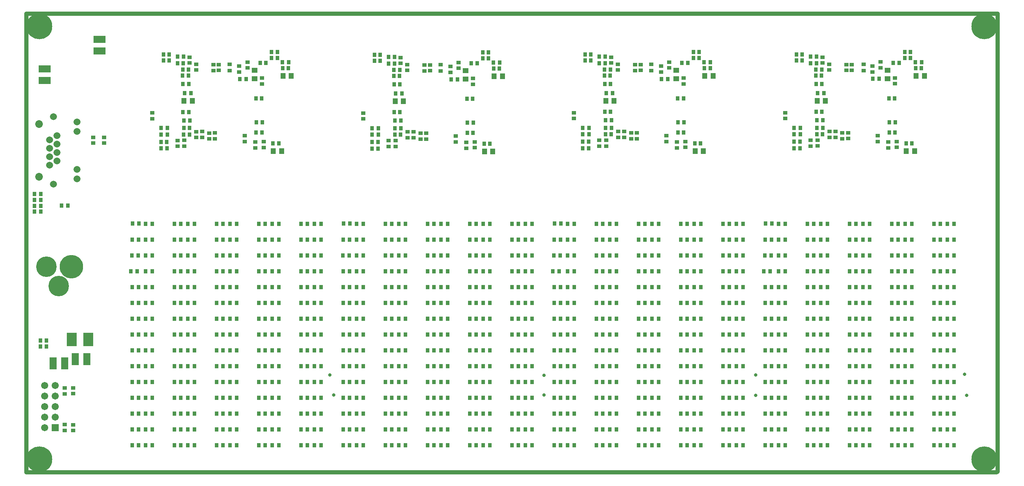
<source format=gbs>
G04*
G04 #@! TF.GenerationSoftware,Altium Limited,Altium Designer,18.1.7 (191)*
G04*
G04 Layer_Color=16711935*
%FSLAX25Y25*%
%MOIN*%
G70*
G01*
G75*
%ADD18C,0.04000*%
%ADD45R,0.04300X0.03800*%
%ADD51R,0.04343X0.03800*%
%ADD54R,0.07099X0.11800*%
%ADD55R,0.03800X0.04300*%
%ADD56R,0.03800X0.04343*%
%ADD58R,0.03556X0.03950*%
%ADD62R,0.04737X0.05721*%
%ADD67C,0.06706*%
%ADD68R,0.06706X0.06706*%
%ADD69C,0.24422*%
%ADD70C,0.06556*%
%ADD71C,0.07296*%
%ADD72C,0.19461*%
%ADD73C,0.22296*%
%ADD74C,0.03200*%
%ADD132R,0.11800X0.07099*%
%ADD133R,0.09800X0.12800*%
%ADD134R,0.05721X0.04737*%
D18*
X0Y-100D02*
X919600D01*
X920300Y600D01*
Y435000D01*
X-100D02*
X920300D01*
X-100Y0D02*
Y435000D01*
D45*
X592193Y380972D02*
D03*
X793343Y380986D02*
D03*
X392483Y380627D02*
D03*
Y386627D02*
D03*
X192613Y386887D02*
D03*
Y380887D02*
D03*
X592193Y386971D02*
D03*
X793343Y386986D02*
D03*
D51*
X36167Y39715D02*
D03*
Y45227D02*
D03*
X36177Y79759D02*
D03*
Y74247D02*
D03*
X44137Y39471D02*
D03*
Y44983D02*
D03*
X44037Y79973D02*
D03*
Y74461D02*
D03*
X73484Y317622D02*
D03*
Y312111D02*
D03*
X63244Y317622D02*
D03*
Y312111D02*
D03*
X209383Y388998D02*
D03*
Y383487D02*
D03*
X409493Y388738D02*
D03*
Y383226D02*
D03*
X609183Y389083D02*
D03*
Y383572D02*
D03*
X809483Y389098D02*
D03*
Y383587D02*
D03*
X154365Y388098D02*
D03*
Y393610D02*
D03*
X354475Y387838D02*
D03*
Y393350D02*
D03*
X554165Y388183D02*
D03*
Y393695D02*
D03*
X754465Y388198D02*
D03*
Y393710D02*
D03*
X142983Y314742D02*
D03*
Y309231D02*
D03*
X343093Y314482D02*
D03*
Y308971D02*
D03*
X542783Y314827D02*
D03*
Y309316D02*
D03*
X743083Y314843D02*
D03*
Y309331D02*
D03*
X223083Y373843D02*
D03*
Y368331D02*
D03*
X423193Y373583D02*
D03*
Y368071D02*
D03*
X622883Y373927D02*
D03*
Y368416D02*
D03*
X823183Y373942D02*
D03*
Y368431D02*
D03*
X149583Y309331D02*
D03*
Y314843D02*
D03*
X349693Y309071D02*
D03*
Y314582D02*
D03*
X549383Y309416D02*
D03*
Y314927D02*
D03*
X749683Y309431D02*
D03*
Y314943D02*
D03*
X178583Y316331D02*
D03*
Y321843D02*
D03*
X378693Y316071D02*
D03*
Y321583D02*
D03*
X578383Y316416D02*
D03*
Y321927D02*
D03*
X778683Y316431D02*
D03*
Y321942D02*
D03*
X224783Y308075D02*
D03*
Y313586D02*
D03*
X424893Y307815D02*
D03*
Y313327D02*
D03*
X624583Y308160D02*
D03*
Y313671D02*
D03*
X824883Y308175D02*
D03*
Y313686D02*
D03*
X216783Y313087D02*
D03*
Y307575D02*
D03*
X416893Y312826D02*
D03*
Y307315D02*
D03*
X616583Y313172D02*
D03*
Y307660D02*
D03*
X816883Y313187D02*
D03*
Y307675D02*
D03*
X173183Y316231D02*
D03*
Y321743D02*
D03*
X373293Y315971D02*
D03*
Y321482D02*
D03*
X572983Y316316D02*
D03*
Y321827D02*
D03*
X773283Y316331D02*
D03*
Y321843D02*
D03*
X160883Y317531D02*
D03*
Y323042D02*
D03*
X360993Y317271D02*
D03*
Y322782D02*
D03*
X560683Y317616D02*
D03*
Y323127D02*
D03*
X760983Y317631D02*
D03*
Y323143D02*
D03*
X160783Y386943D02*
D03*
Y381431D02*
D03*
X360893Y386683D02*
D03*
Y381171D02*
D03*
X560583Y387027D02*
D03*
Y381516D02*
D03*
X760883Y387042D02*
D03*
Y381531D02*
D03*
X182183Y386643D02*
D03*
Y381131D02*
D03*
X382293Y386383D02*
D03*
Y380871D02*
D03*
X581983Y386727D02*
D03*
Y381216D02*
D03*
X782283Y386742D02*
D03*
Y381231D02*
D03*
X201583Y385142D02*
D03*
Y379631D02*
D03*
X401693Y384882D02*
D03*
Y379371D02*
D03*
X601383Y385227D02*
D03*
Y379716D02*
D03*
X801683Y385243D02*
D03*
Y379731D02*
D03*
X206783Y313575D02*
D03*
Y319087D02*
D03*
X406893Y313315D02*
D03*
Y318827D02*
D03*
X606583Y313660D02*
D03*
Y319172D02*
D03*
X806883Y313675D02*
D03*
Y319186D02*
D03*
X166583Y317575D02*
D03*
Y323087D02*
D03*
X366693Y317315D02*
D03*
Y322827D02*
D03*
X566383Y317660D02*
D03*
Y323171D02*
D03*
X766683Y317675D02*
D03*
Y323186D02*
D03*
X177149Y380989D02*
D03*
Y386501D02*
D03*
X377259Y380729D02*
D03*
Y386241D02*
D03*
X576949Y381074D02*
D03*
Y386586D02*
D03*
X777249Y381089D02*
D03*
Y386601D02*
D03*
X319193Y340638D02*
D03*
Y335126D02*
D03*
X119083Y335386D02*
D03*
Y340898D02*
D03*
X518883Y335472D02*
D03*
Y340983D02*
D03*
X719183Y340998D02*
D03*
Y335487D02*
D03*
D54*
X57186Y107243D02*
D03*
X46162D02*
D03*
X35994Y103233D02*
D03*
X24970D02*
D03*
D55*
X39278Y252784D02*
D03*
X33278D02*
D03*
X13298Y252727D02*
D03*
X7298D02*
D03*
Y263834D02*
D03*
X13298D02*
D03*
Y258281D02*
D03*
X7298D02*
D03*
Y247174D02*
D03*
X13298D02*
D03*
X460063Y25717D02*
D03*
X466063D02*
D03*
X460063Y40716D02*
D03*
X466063D02*
D03*
X460063Y55717D02*
D03*
X466063D02*
D03*
X860063D02*
D03*
X866063D02*
D03*
X860063Y40716D02*
D03*
X866063D02*
D03*
X860063Y25717D02*
D03*
X866063D02*
D03*
X660063Y55717D02*
D03*
X666063D02*
D03*
X660063Y40716D02*
D03*
X666063D02*
D03*
X660063Y25717D02*
D03*
X666063D02*
D03*
X860063Y70717D02*
D03*
X866063D02*
D03*
X860063Y85716D02*
D03*
X866063D02*
D03*
X820063Y25717D02*
D03*
X826063D02*
D03*
X820063Y40716D02*
D03*
X826063D02*
D03*
X820063Y55717D02*
D03*
X826063D02*
D03*
X820063Y70717D02*
D03*
X826063D02*
D03*
X820063Y85716D02*
D03*
X826063D02*
D03*
X780063Y25717D02*
D03*
X786063D02*
D03*
X660063Y70717D02*
D03*
X666063D02*
D03*
X660063Y85716D02*
D03*
X666063D02*
D03*
X620063Y25717D02*
D03*
X626063D02*
D03*
X620063Y40716D02*
D03*
X626063D02*
D03*
X620063Y55717D02*
D03*
X626063D02*
D03*
X620063Y70717D02*
D03*
X626063D02*
D03*
X620063Y85716D02*
D03*
X626063D02*
D03*
X580063Y25717D02*
D03*
X586063D02*
D03*
X460063Y70717D02*
D03*
X466063D02*
D03*
X460063Y85716D02*
D03*
X466063D02*
D03*
X420063Y25717D02*
D03*
X426063D02*
D03*
X420063Y40716D02*
D03*
X426063D02*
D03*
X420063Y55717D02*
D03*
X426063D02*
D03*
X420063Y70717D02*
D03*
X426063D02*
D03*
X420063Y85716D02*
D03*
X426063D02*
D03*
X380063Y25717D02*
D03*
X386063D02*
D03*
X740063D02*
D03*
X746063D02*
D03*
X700063D02*
D03*
X706063D02*
D03*
X780063Y40716D02*
D03*
X786063D02*
D03*
X740063D02*
D03*
X746063D02*
D03*
X700063D02*
D03*
X706063D02*
D03*
X780063Y55717D02*
D03*
X786063D02*
D03*
X740063D02*
D03*
X746063D02*
D03*
X700063D02*
D03*
X706063D02*
D03*
X540063Y25717D02*
D03*
X546063D02*
D03*
X500063D02*
D03*
X506063D02*
D03*
X580063Y40716D02*
D03*
X586063D02*
D03*
X540063D02*
D03*
X546063D02*
D03*
X500063D02*
D03*
X506063D02*
D03*
X580063Y55717D02*
D03*
X586063D02*
D03*
X540063D02*
D03*
X546063D02*
D03*
X500063D02*
D03*
X506063D02*
D03*
X340063Y25717D02*
D03*
X346063D02*
D03*
X300063D02*
D03*
X306063D02*
D03*
X380063Y40716D02*
D03*
X386063D02*
D03*
X340063D02*
D03*
X346063D02*
D03*
X300063D02*
D03*
X306063D02*
D03*
X380063Y55717D02*
D03*
X386063D02*
D03*
X340063D02*
D03*
X346063D02*
D03*
X300063D02*
D03*
X306063D02*
D03*
X780063Y70717D02*
D03*
X786063D02*
D03*
X740063D02*
D03*
X746063D02*
D03*
X700063D02*
D03*
X706063D02*
D03*
X780063Y85716D02*
D03*
X786063D02*
D03*
X740063D02*
D03*
X746063D02*
D03*
X700063D02*
D03*
X706063D02*
D03*
X740063Y100716D02*
D03*
X746063D02*
D03*
X700063D02*
D03*
X706063D02*
D03*
X580063Y70717D02*
D03*
X586063D02*
D03*
X540063D02*
D03*
X546063D02*
D03*
X500063D02*
D03*
X506063D02*
D03*
X580063Y85716D02*
D03*
X586063D02*
D03*
X540063D02*
D03*
X546063D02*
D03*
X500063D02*
D03*
X506063D02*
D03*
X540063Y100716D02*
D03*
X546063D02*
D03*
X500063D02*
D03*
X506063D02*
D03*
X380063Y70717D02*
D03*
X386063D02*
D03*
X340063D02*
D03*
X346063D02*
D03*
X300063D02*
D03*
X306063D02*
D03*
X380063Y85716D02*
D03*
X386063D02*
D03*
X340063D02*
D03*
X346063D02*
D03*
X300063D02*
D03*
X306063D02*
D03*
X340063Y100716D02*
D03*
X346063D02*
D03*
X300063D02*
D03*
X306063D02*
D03*
X860063D02*
D03*
X866063D02*
D03*
X860063Y115717D02*
D03*
X866063D02*
D03*
X860063Y130717D02*
D03*
X866063D02*
D03*
X860063Y145717D02*
D03*
X866063D02*
D03*
X820063Y100716D02*
D03*
X826063D02*
D03*
X820063Y115717D02*
D03*
X826063D02*
D03*
X820063Y145717D02*
D03*
X826063D02*
D03*
X820063Y130717D02*
D03*
X826063D02*
D03*
X660063Y100716D02*
D03*
X666063D02*
D03*
X660063Y115717D02*
D03*
X666063D02*
D03*
X660063Y130717D02*
D03*
X666063D02*
D03*
X660063Y145717D02*
D03*
X666063D02*
D03*
X620063Y100716D02*
D03*
X626063D02*
D03*
X620063Y115717D02*
D03*
X626063D02*
D03*
X620063Y145717D02*
D03*
X626063D02*
D03*
X620063Y130717D02*
D03*
X626063D02*
D03*
X460063Y100716D02*
D03*
X466063D02*
D03*
X460063Y115717D02*
D03*
X466063D02*
D03*
X460063Y130717D02*
D03*
X466063D02*
D03*
X460063Y145717D02*
D03*
X466063D02*
D03*
X420063Y100716D02*
D03*
X426063D02*
D03*
X420063Y115717D02*
D03*
X426063D02*
D03*
X420063Y145717D02*
D03*
X426063D02*
D03*
X420063Y130717D02*
D03*
X426063D02*
D03*
X780063Y100716D02*
D03*
X786063D02*
D03*
X780063Y115717D02*
D03*
X786063D02*
D03*
X740063D02*
D03*
X746063D02*
D03*
X700063D02*
D03*
X706063D02*
D03*
X780063Y130717D02*
D03*
X786063D02*
D03*
X740063D02*
D03*
X746063D02*
D03*
X700063D02*
D03*
X706063D02*
D03*
X700063Y145717D02*
D03*
X706063D02*
D03*
X580063Y100716D02*
D03*
X586063D02*
D03*
X580063Y115717D02*
D03*
X586063D02*
D03*
X540063D02*
D03*
X546063D02*
D03*
X500063D02*
D03*
X506063D02*
D03*
X580063Y130717D02*
D03*
X586063D02*
D03*
X540063D02*
D03*
X546063D02*
D03*
X500063D02*
D03*
X506063D02*
D03*
X500063Y145717D02*
D03*
X506063D02*
D03*
X380063Y100716D02*
D03*
X386063D02*
D03*
X380063Y115717D02*
D03*
X386063D02*
D03*
X340063D02*
D03*
X346063D02*
D03*
X300063D02*
D03*
X306063D02*
D03*
X380063Y130717D02*
D03*
X386063D02*
D03*
X340063D02*
D03*
X346063D02*
D03*
X300063D02*
D03*
X306063D02*
D03*
X300063Y145717D02*
D03*
X306063D02*
D03*
X740063D02*
D03*
X746063D02*
D03*
X780044Y145514D02*
D03*
X786044D02*
D03*
X780063Y160716D02*
D03*
X786063D02*
D03*
X740063D02*
D03*
X746063D02*
D03*
X700063D02*
D03*
X706063D02*
D03*
X780063Y175716D02*
D03*
X786063D02*
D03*
X740063D02*
D03*
X746063D02*
D03*
X700063D02*
D03*
X706063D02*
D03*
X540063Y145717D02*
D03*
X546063D02*
D03*
X580044Y145514D02*
D03*
X586044D02*
D03*
X580063Y160716D02*
D03*
X586063D02*
D03*
X540063D02*
D03*
X546063D02*
D03*
X500063D02*
D03*
X506063D02*
D03*
X580063Y175716D02*
D03*
X586063D02*
D03*
X540063D02*
D03*
X546063D02*
D03*
X500063D02*
D03*
X506063D02*
D03*
X340063Y145717D02*
D03*
X346063D02*
D03*
X380044Y145514D02*
D03*
X386044D02*
D03*
X380063Y160716D02*
D03*
X386063D02*
D03*
X340063D02*
D03*
X346063D02*
D03*
X300063D02*
D03*
X306063D02*
D03*
X380063Y175716D02*
D03*
X386063D02*
D03*
X340063D02*
D03*
X346063D02*
D03*
X300063D02*
D03*
X306063D02*
D03*
X860063D02*
D03*
X866063D02*
D03*
X860063Y160716D02*
D03*
X866063D02*
D03*
X860063Y190717D02*
D03*
X866063D02*
D03*
X860063Y205716D02*
D03*
X866063D02*
D03*
X860063Y220717D02*
D03*
X866063D02*
D03*
X860063Y235717D02*
D03*
X866063D02*
D03*
X820063Y160716D02*
D03*
X826063D02*
D03*
X820063Y175716D02*
D03*
X826063D02*
D03*
X660063D02*
D03*
X666063D02*
D03*
X660063Y160716D02*
D03*
X666063D02*
D03*
X660063Y190717D02*
D03*
X666063D02*
D03*
X660063Y205716D02*
D03*
X666063D02*
D03*
X660063Y220717D02*
D03*
X666063D02*
D03*
X660063Y235717D02*
D03*
X666063D02*
D03*
X620063Y160716D02*
D03*
X626063D02*
D03*
X620063Y175716D02*
D03*
X626063D02*
D03*
X460063D02*
D03*
X466063D02*
D03*
X460063Y160716D02*
D03*
X466063D02*
D03*
X460063Y190717D02*
D03*
X466063D02*
D03*
X460063Y205716D02*
D03*
X466063D02*
D03*
X460063Y220717D02*
D03*
X466063D02*
D03*
X460063Y235717D02*
D03*
X466063D02*
D03*
X420063Y160716D02*
D03*
X426063D02*
D03*
X420063Y175716D02*
D03*
X426063D02*
D03*
X780063Y190717D02*
D03*
X786063D02*
D03*
X820063D02*
D03*
X826063D02*
D03*
X820063Y205716D02*
D03*
X826063D02*
D03*
X780063D02*
D03*
X786063D02*
D03*
X820063Y220717D02*
D03*
X826063D02*
D03*
X780063D02*
D03*
X786063D02*
D03*
X820063Y235717D02*
D03*
X826063D02*
D03*
X780063D02*
D03*
X786063D02*
D03*
X580063Y190717D02*
D03*
X586063D02*
D03*
X620063D02*
D03*
X626063D02*
D03*
X620063Y205716D02*
D03*
X626063D02*
D03*
X580063D02*
D03*
X586063D02*
D03*
X620063Y220717D02*
D03*
X626063D02*
D03*
X580063D02*
D03*
X586063D02*
D03*
X620063Y235717D02*
D03*
X626063D02*
D03*
X580063D02*
D03*
X586063D02*
D03*
X380063Y190717D02*
D03*
X386063D02*
D03*
X420063D02*
D03*
X426063D02*
D03*
X420063Y205716D02*
D03*
X426063D02*
D03*
X380063D02*
D03*
X386063D02*
D03*
X420063Y220717D02*
D03*
X426063D02*
D03*
X380063D02*
D03*
X386063D02*
D03*
X420063Y235717D02*
D03*
X426063D02*
D03*
X380063D02*
D03*
X386063D02*
D03*
X300333Y235799D02*
D03*
X306333D02*
D03*
X299914Y205716D02*
D03*
X305913D02*
D03*
X300063Y220717D02*
D03*
X306063D02*
D03*
X340063Y190717D02*
D03*
X346063D02*
D03*
X340063Y205716D02*
D03*
X346063D02*
D03*
X340063Y220717D02*
D03*
X346063D02*
D03*
X340063Y235717D02*
D03*
X346063D02*
D03*
X300063Y190717D02*
D03*
X306063D02*
D03*
X740063Y190717D02*
D03*
X746063D02*
D03*
X740063Y205716D02*
D03*
X746063D02*
D03*
X740063Y220717D02*
D03*
X746063D02*
D03*
X740063Y235717D02*
D03*
X746063D02*
D03*
X698933Y190672D02*
D03*
X704933D02*
D03*
X699914Y205716D02*
D03*
X705913D02*
D03*
X700063Y220717D02*
D03*
X706063D02*
D03*
X700333Y235799D02*
D03*
X706333D02*
D03*
X540063Y190717D02*
D03*
X546063D02*
D03*
X540063Y205716D02*
D03*
X546063D02*
D03*
X540063Y220717D02*
D03*
X546063D02*
D03*
X540063Y235717D02*
D03*
X546063D02*
D03*
X498933Y190672D02*
D03*
X504933D02*
D03*
X499914Y205716D02*
D03*
X505913D02*
D03*
X500063Y220717D02*
D03*
X506063D02*
D03*
X500333Y235799D02*
D03*
X506333D02*
D03*
X146063Y115717D02*
D03*
X140063D02*
D03*
X100063Y130717D02*
D03*
X106063D02*
D03*
X220063Y175716D02*
D03*
X226063D02*
D03*
X220063Y100716D02*
D03*
X226063D02*
D03*
X100063Y145717D02*
D03*
X106063D02*
D03*
X140063Y70717D02*
D03*
X146063D02*
D03*
Y175716D02*
D03*
X140063D02*
D03*
X106063D02*
D03*
X100063D02*
D03*
X266063Y145717D02*
D03*
X260063D02*
D03*
X106063Y115717D02*
D03*
X100063D02*
D03*
X146063Y160716D02*
D03*
X140063D02*
D03*
X186063D02*
D03*
X180063D02*
D03*
X106063D02*
D03*
X100063D02*
D03*
X226063Y40716D02*
D03*
X220063D02*
D03*
X146063D02*
D03*
X140063D02*
D03*
X186063Y85716D02*
D03*
X180063D02*
D03*
X266063Y25717D02*
D03*
X260063D02*
D03*
X226063D02*
D03*
X220063D02*
D03*
X186063Y40716D02*
D03*
X180063D02*
D03*
X106063Y70717D02*
D03*
X100063D02*
D03*
X266063Y130717D02*
D03*
X260063D02*
D03*
X266063Y55717D02*
D03*
X260063D02*
D03*
X266063Y70717D02*
D03*
X260063D02*
D03*
X146063Y25717D02*
D03*
X140063D02*
D03*
X186063Y70717D02*
D03*
X180063D02*
D03*
X266063Y100716D02*
D03*
X260063D02*
D03*
X186063D02*
D03*
X180063D02*
D03*
X146063Y145717D02*
D03*
X140063D02*
D03*
X226063Y55717D02*
D03*
X220063D02*
D03*
X106063Y40716D02*
D03*
X100063D02*
D03*
X146063Y85716D02*
D03*
X140063D02*
D03*
X186063Y130717D02*
D03*
X180063D02*
D03*
X266063Y40716D02*
D03*
X260063D02*
D03*
X266063Y85716D02*
D03*
X260063D02*
D03*
X106063D02*
D03*
X100063D02*
D03*
X226063Y115717D02*
D03*
X220063D02*
D03*
X146063Y130717D02*
D03*
X140063D02*
D03*
X186063Y175716D02*
D03*
X180063D02*
D03*
X106063Y25717D02*
D03*
X100063D02*
D03*
X266063Y115717D02*
D03*
X260063D02*
D03*
X186063D02*
D03*
X180063D02*
D03*
X186044Y145514D02*
D03*
X180044D02*
D03*
X226063Y70717D02*
D03*
X220063D02*
D03*
X186063Y55717D02*
D03*
X180063D02*
D03*
X226063Y85716D02*
D03*
X220063D02*
D03*
X146063Y55717D02*
D03*
X140063D02*
D03*
X146063Y100716D02*
D03*
X140063D02*
D03*
X226063Y145717D02*
D03*
X220063D02*
D03*
X186063Y25717D02*
D03*
X180063D02*
D03*
X106063Y55717D02*
D03*
X100063D02*
D03*
X106063Y100716D02*
D03*
X100063D02*
D03*
X226063Y130717D02*
D03*
X220063D02*
D03*
X266063Y205716D02*
D03*
X260063D02*
D03*
X266063Y190717D02*
D03*
X260063D02*
D03*
X266063Y220717D02*
D03*
X260063D02*
D03*
X266063Y175716D02*
D03*
X260063D02*
D03*
X266063Y235717D02*
D03*
X260063D02*
D03*
X266063Y160716D02*
D03*
X260063D02*
D03*
X226063D02*
D03*
X220063D02*
D03*
X180063Y235717D02*
D03*
X186063D02*
D03*
X220063D02*
D03*
X226063D02*
D03*
X180063Y220717D02*
D03*
X186063D02*
D03*
X220063D02*
D03*
X226063D02*
D03*
X180063Y205716D02*
D03*
X186063D02*
D03*
X220063D02*
D03*
X226063D02*
D03*
X220063Y190717D02*
D03*
X226063D02*
D03*
X180063D02*
D03*
X186063D02*
D03*
X140063Y220717D02*
D03*
X146063D02*
D03*
X98933Y190672D02*
D03*
X104933D02*
D03*
X140063Y205716D02*
D03*
X146063D02*
D03*
X99914D02*
D03*
X105913D02*
D03*
X140063Y190717D02*
D03*
X146063D02*
D03*
X140063Y235717D02*
D03*
X146063D02*
D03*
X100063Y220717D02*
D03*
X106063D02*
D03*
X100333Y235799D02*
D03*
X106333D02*
D03*
X248420Y388776D02*
D03*
X242420D02*
D03*
X448530Y388516D02*
D03*
X442530D02*
D03*
X648220Y388861D02*
D03*
X642220D02*
D03*
X848520Y388877D02*
D03*
X842520D02*
D03*
X155683Y359487D02*
D03*
X355793Y359226D02*
D03*
X755783Y359587D02*
D03*
X402423Y372606D02*
D03*
X802073Y373287D02*
D03*
X555483Y359572D02*
D03*
X333493Y320127D02*
D03*
X327493D02*
D03*
X333493Y326226D02*
D03*
X327493D02*
D03*
X349793Y359226D02*
D03*
X408423Y372606D02*
D03*
X207963Y372996D02*
D03*
X201963D02*
D03*
X607723Y373057D02*
D03*
X601723D02*
D03*
X149683Y359487D02*
D03*
X127383Y326486D02*
D03*
X133383D02*
D03*
X127383Y320387D02*
D03*
X133383D02*
D03*
X549483Y359572D02*
D03*
X527183Y326571D02*
D03*
X533183D02*
D03*
X527183Y320472D02*
D03*
X533183D02*
D03*
X808073Y373287D02*
D03*
X733483Y326587D02*
D03*
X727483D02*
D03*
X733483Y320486D02*
D03*
X727483D02*
D03*
X749783Y359587D02*
D03*
D56*
X13276Y124803D02*
D03*
X18788D02*
D03*
X18758Y119213D02*
D03*
X13246D02*
D03*
X129627Y390586D02*
D03*
X135139D02*
D03*
X329737Y390326D02*
D03*
X335249D02*
D03*
X529427Y390671D02*
D03*
X534939D02*
D03*
X729727Y390686D02*
D03*
X735239D02*
D03*
X232227Y398587D02*
D03*
X237739D02*
D03*
X432337Y398326D02*
D03*
X437849D02*
D03*
X632027Y398672D02*
D03*
X637539D02*
D03*
X832327Y398687D02*
D03*
X837839D02*
D03*
X129627Y396087D02*
D03*
X135139D02*
D03*
X329737Y395827D02*
D03*
X335249D02*
D03*
X529427Y396171D02*
D03*
X534939D02*
D03*
X729727Y396186D02*
D03*
X735239D02*
D03*
X148639Y394087D02*
D03*
X143127D02*
D03*
X348749Y393827D02*
D03*
X343237D02*
D03*
X548439Y394172D02*
D03*
X542927D02*
D03*
X748739Y394186D02*
D03*
X743227D02*
D03*
X239039Y311887D02*
D03*
X233527D02*
D03*
X439149Y311627D02*
D03*
X433637D02*
D03*
X638839Y311971D02*
D03*
X633327D02*
D03*
X839139Y311986D02*
D03*
X833627D02*
D03*
X237739Y392787D02*
D03*
X232227D02*
D03*
X437849Y392527D02*
D03*
X432337D02*
D03*
X637539Y392871D02*
D03*
X632027D02*
D03*
X837839Y392886D02*
D03*
X832327D02*
D03*
X143027Y387887D02*
D03*
X148539D02*
D03*
X343137Y387627D02*
D03*
X348649D02*
D03*
X542827Y387971D02*
D03*
X548339D02*
D03*
X743127Y387986D02*
D03*
X748639D02*
D03*
X149127Y333686D02*
D03*
X154639D02*
D03*
X349237Y333426D02*
D03*
X354749D02*
D03*
X548927Y333771D02*
D03*
X554439D02*
D03*
X749227Y333787D02*
D03*
X754739D02*
D03*
X223039Y322287D02*
D03*
X217527D02*
D03*
X423149Y322026D02*
D03*
X417637D02*
D03*
X622839Y322372D02*
D03*
X617327D02*
D03*
X823139Y322387D02*
D03*
X817627D02*
D03*
X221427Y388286D02*
D03*
X226939D02*
D03*
X421537Y388026D02*
D03*
X427049D02*
D03*
X621227Y388371D02*
D03*
X626739D02*
D03*
X821527Y388387D02*
D03*
X827039D02*
D03*
X132939Y313387D02*
D03*
X127427D02*
D03*
X333049Y313126D02*
D03*
X327537D02*
D03*
X532739Y313472D02*
D03*
X527227D02*
D03*
X733039Y313487D02*
D03*
X727527D02*
D03*
X147927Y376186D02*
D03*
X153439D02*
D03*
X348037Y375926D02*
D03*
X353549D02*
D03*
X547727Y376272D02*
D03*
X553239D02*
D03*
X748027Y376287D02*
D03*
X753539D02*
D03*
X148027Y381887D02*
D03*
X153539D02*
D03*
X348137Y381627D02*
D03*
X353649D02*
D03*
X547827Y381972D02*
D03*
X553339D02*
D03*
X748127Y381986D02*
D03*
X753639D02*
D03*
X149027Y326486D02*
D03*
X154539D02*
D03*
X349137Y326226D02*
D03*
X354649D02*
D03*
X548827Y326571D02*
D03*
X554339D02*
D03*
X749127Y326587D02*
D03*
X754639D02*
D03*
X148927Y320387D02*
D03*
X154439D02*
D03*
X349037Y320127D02*
D03*
X354549D02*
D03*
X548727Y320472D02*
D03*
X554239D02*
D03*
X749027Y320486D02*
D03*
X754539D02*
D03*
X127471Y307287D02*
D03*
X132983D02*
D03*
X327581Y307027D02*
D03*
X333093D02*
D03*
X527271Y307371D02*
D03*
X532783D02*
D03*
X727571Y307386D02*
D03*
X733083D02*
D03*
X148227Y341687D02*
D03*
X153739D02*
D03*
X348337Y341426D02*
D03*
X353849D02*
D03*
X548027Y341772D02*
D03*
X553539D02*
D03*
X748327Y341787D02*
D03*
X753839D02*
D03*
X148227Y368186D02*
D03*
X153739D02*
D03*
X348337Y367927D02*
D03*
X353849D02*
D03*
X548027Y368271D02*
D03*
X553539D02*
D03*
X748327Y368286D02*
D03*
X753839D02*
D03*
X223289Y331778D02*
D03*
X217777D02*
D03*
X423399Y331518D02*
D03*
X417887D02*
D03*
X623089Y331863D02*
D03*
X617577D02*
D03*
X823389Y331878D02*
D03*
X817877D02*
D03*
X222839Y354486D02*
D03*
X217327D02*
D03*
X422949Y354226D02*
D03*
X417437D02*
D03*
X622639Y354572D02*
D03*
X617127D02*
D03*
X822939Y354587D02*
D03*
X817427D02*
D03*
X248176Y383187D02*
D03*
X242664D02*
D03*
X448286Y382927D02*
D03*
X442774D02*
D03*
X647976Y383272D02*
D03*
X642464D02*
D03*
X848276Y383286D02*
D03*
X842764D02*
D03*
D58*
X472914Y25717D02*
D03*
X479213D02*
D03*
X472914Y40716D02*
D03*
X479213D02*
D03*
X472914Y55717D02*
D03*
X479213D02*
D03*
X872913D02*
D03*
X879213D02*
D03*
X872913Y40716D02*
D03*
X879213D02*
D03*
X872913Y25717D02*
D03*
X879213D02*
D03*
X672914Y55717D02*
D03*
X679213D02*
D03*
X672914Y40716D02*
D03*
X679213D02*
D03*
X672914Y25717D02*
D03*
X679213D02*
D03*
X872913Y70717D02*
D03*
X879213D02*
D03*
X872913Y85716D02*
D03*
X879213D02*
D03*
X832913Y25717D02*
D03*
X839213D02*
D03*
X832913Y40716D02*
D03*
X839213D02*
D03*
X832913Y55717D02*
D03*
X839213D02*
D03*
X832913Y70717D02*
D03*
X839213D02*
D03*
X832913Y85716D02*
D03*
X839213D02*
D03*
X792913Y25717D02*
D03*
X799213D02*
D03*
X672914Y70717D02*
D03*
X679213D02*
D03*
X672914Y85716D02*
D03*
X679213D02*
D03*
X632913Y25717D02*
D03*
X639213D02*
D03*
X632913Y40716D02*
D03*
X639213D02*
D03*
X632913Y55717D02*
D03*
X639213D02*
D03*
X632913Y70717D02*
D03*
X639213D02*
D03*
X632913Y85716D02*
D03*
X639213D02*
D03*
X592913Y25717D02*
D03*
X599213D02*
D03*
X472914Y70717D02*
D03*
X479213D02*
D03*
X472914Y85716D02*
D03*
X479213D02*
D03*
X432913Y25717D02*
D03*
X439213D02*
D03*
X432913Y40716D02*
D03*
X439213D02*
D03*
X432913Y55717D02*
D03*
X439213D02*
D03*
X432913Y70717D02*
D03*
X439213D02*
D03*
X432913Y85716D02*
D03*
X439213D02*
D03*
X392914Y25717D02*
D03*
X399213D02*
D03*
X752914D02*
D03*
X759213D02*
D03*
X712914D02*
D03*
X719213D02*
D03*
X792913Y40716D02*
D03*
X799213D02*
D03*
X752914D02*
D03*
X759213D02*
D03*
X712914D02*
D03*
X719213D02*
D03*
X792913Y55717D02*
D03*
X799213D02*
D03*
X752914D02*
D03*
X759213D02*
D03*
X712914D02*
D03*
X719213D02*
D03*
X552914Y25717D02*
D03*
X559213D02*
D03*
X512914D02*
D03*
X519213D02*
D03*
X592913Y40716D02*
D03*
X599213D02*
D03*
X552914D02*
D03*
X559213D02*
D03*
X512914D02*
D03*
X519213D02*
D03*
X592913Y55717D02*
D03*
X599213D02*
D03*
X552914D02*
D03*
X559213D02*
D03*
X512914D02*
D03*
X519213D02*
D03*
X352913Y25717D02*
D03*
X359213D02*
D03*
X312913D02*
D03*
X319213D02*
D03*
X392914Y40716D02*
D03*
X399213D02*
D03*
X352913D02*
D03*
X359213D02*
D03*
X312913D02*
D03*
X319213D02*
D03*
X392914Y55717D02*
D03*
X399213D02*
D03*
X352913D02*
D03*
X359213D02*
D03*
X312913D02*
D03*
X319213D02*
D03*
X792913Y70717D02*
D03*
X799213D02*
D03*
X752914D02*
D03*
X759213D02*
D03*
X712914D02*
D03*
X719213D02*
D03*
X792913Y85716D02*
D03*
X799213D02*
D03*
X752914D02*
D03*
X759213D02*
D03*
X712914D02*
D03*
X719213D02*
D03*
X752914Y100716D02*
D03*
X759213D02*
D03*
X712914D02*
D03*
X719213D02*
D03*
X592913Y70717D02*
D03*
X599213D02*
D03*
X552914D02*
D03*
X559213D02*
D03*
X512914D02*
D03*
X519213D02*
D03*
X592913Y85716D02*
D03*
X599213D02*
D03*
X552914D02*
D03*
X559213D02*
D03*
X512914D02*
D03*
X519213D02*
D03*
X552914Y100716D02*
D03*
X559213D02*
D03*
X512914D02*
D03*
X519213D02*
D03*
X392914Y70717D02*
D03*
X399213D02*
D03*
X352913D02*
D03*
X359213D02*
D03*
X312913D02*
D03*
X319213D02*
D03*
X392914Y85716D02*
D03*
X399213D02*
D03*
X352913D02*
D03*
X359213D02*
D03*
X312913D02*
D03*
X319213D02*
D03*
X352913Y100716D02*
D03*
X359213D02*
D03*
X312913D02*
D03*
X319213D02*
D03*
X872913D02*
D03*
X879213D02*
D03*
X872913Y115717D02*
D03*
X879213D02*
D03*
X872913Y130717D02*
D03*
X879213D02*
D03*
X872913Y145717D02*
D03*
X879213D02*
D03*
X832913Y100716D02*
D03*
X839213D02*
D03*
X832913Y115717D02*
D03*
X839213D02*
D03*
X832913Y145717D02*
D03*
X839213D02*
D03*
X832913Y130717D02*
D03*
X839213D02*
D03*
X672914Y100716D02*
D03*
X679213D02*
D03*
X672914Y115717D02*
D03*
X679213D02*
D03*
X672914Y130717D02*
D03*
X679213D02*
D03*
X672914Y145717D02*
D03*
X679213D02*
D03*
X632913Y100716D02*
D03*
X639213D02*
D03*
X632913Y115717D02*
D03*
X639213D02*
D03*
X632913Y145717D02*
D03*
X639213D02*
D03*
X632913Y130717D02*
D03*
X639213D02*
D03*
X472914Y100716D02*
D03*
X479213D02*
D03*
X472914Y115717D02*
D03*
X479213D02*
D03*
X472914Y130717D02*
D03*
X479213D02*
D03*
X472914Y145717D02*
D03*
X479213D02*
D03*
X432913Y100716D02*
D03*
X439213D02*
D03*
X432913Y115717D02*
D03*
X439213D02*
D03*
X432913Y145717D02*
D03*
X439213D02*
D03*
X432913Y130717D02*
D03*
X439213D02*
D03*
X792913Y100716D02*
D03*
X799213D02*
D03*
X792913Y115717D02*
D03*
X799213D02*
D03*
X752914D02*
D03*
X759213D02*
D03*
X712914D02*
D03*
X719213D02*
D03*
X792913Y130717D02*
D03*
X799213D02*
D03*
X752914D02*
D03*
X759213D02*
D03*
X712914D02*
D03*
X719213D02*
D03*
X712914Y145717D02*
D03*
X719213D02*
D03*
X592913Y100716D02*
D03*
X599213D02*
D03*
X592913Y115717D02*
D03*
X599213D02*
D03*
X552914D02*
D03*
X559213D02*
D03*
X512914D02*
D03*
X519213D02*
D03*
X592913Y130717D02*
D03*
X599213D02*
D03*
X552914D02*
D03*
X559213D02*
D03*
X512914D02*
D03*
X519213D02*
D03*
X512914Y145717D02*
D03*
X519213D02*
D03*
X392914Y100716D02*
D03*
X399213D02*
D03*
X392914Y115717D02*
D03*
X399213D02*
D03*
X352913D02*
D03*
X359213D02*
D03*
X312913D02*
D03*
X319213D02*
D03*
X392914Y130717D02*
D03*
X399213D02*
D03*
X352913D02*
D03*
X359213D02*
D03*
X312913D02*
D03*
X319213D02*
D03*
X312913Y145717D02*
D03*
X319213D02*
D03*
X752914D02*
D03*
X759213D02*
D03*
X792913D02*
D03*
X799213D02*
D03*
X792913Y160716D02*
D03*
X799213D02*
D03*
X752914D02*
D03*
X759213D02*
D03*
X712914D02*
D03*
X719213D02*
D03*
X792913Y175716D02*
D03*
X799213D02*
D03*
X752914D02*
D03*
X759213D02*
D03*
X712914D02*
D03*
X719213D02*
D03*
X552914Y145717D02*
D03*
X559213D02*
D03*
X592913D02*
D03*
X599213D02*
D03*
X592913Y160716D02*
D03*
X599213D02*
D03*
X552914D02*
D03*
X559213D02*
D03*
X512914D02*
D03*
X519213D02*
D03*
X592913Y175716D02*
D03*
X599213D02*
D03*
X552914D02*
D03*
X559213D02*
D03*
X512914D02*
D03*
X519213D02*
D03*
X352913Y145717D02*
D03*
X359213D02*
D03*
X392914D02*
D03*
X399213D02*
D03*
X392914Y160716D02*
D03*
X399213D02*
D03*
X352913D02*
D03*
X359213D02*
D03*
X312913D02*
D03*
X319213D02*
D03*
X392914Y175716D02*
D03*
X399213D02*
D03*
X352913D02*
D03*
X359213D02*
D03*
X312913D02*
D03*
X319213D02*
D03*
X872913D02*
D03*
X879213D02*
D03*
X872913Y160716D02*
D03*
X879213D02*
D03*
X872913Y190717D02*
D03*
X879213D02*
D03*
X872913Y205716D02*
D03*
X879213D02*
D03*
X872913Y220717D02*
D03*
X879213D02*
D03*
X872913Y235717D02*
D03*
X879213D02*
D03*
X832913Y160716D02*
D03*
X839213D02*
D03*
X832913Y175716D02*
D03*
X839213D02*
D03*
X672914D02*
D03*
X679213D02*
D03*
X672914Y160716D02*
D03*
X679213D02*
D03*
X672914Y190717D02*
D03*
X679213D02*
D03*
X672914Y205716D02*
D03*
X679213D02*
D03*
X672914Y220717D02*
D03*
X679213D02*
D03*
X672914Y235717D02*
D03*
X679213D02*
D03*
X632913Y160716D02*
D03*
X639213D02*
D03*
X632913Y175716D02*
D03*
X639213D02*
D03*
X472914D02*
D03*
X479213D02*
D03*
X472914Y160716D02*
D03*
X479213D02*
D03*
X472914Y190717D02*
D03*
X479213D02*
D03*
X472914Y205716D02*
D03*
X479213D02*
D03*
X472914Y220717D02*
D03*
X479213D02*
D03*
X472914Y235717D02*
D03*
X479213D02*
D03*
X432913Y160716D02*
D03*
X439213D02*
D03*
X432913Y175716D02*
D03*
X439213D02*
D03*
X792913Y190717D02*
D03*
X799213D02*
D03*
X832913D02*
D03*
X839213D02*
D03*
X832913Y205716D02*
D03*
X839213D02*
D03*
X792913D02*
D03*
X799213D02*
D03*
X832913Y220717D02*
D03*
X839213D02*
D03*
X792913D02*
D03*
X799213D02*
D03*
X832913Y235717D02*
D03*
X839213D02*
D03*
X792913D02*
D03*
X799213D02*
D03*
X592913Y190717D02*
D03*
X599213D02*
D03*
X632913D02*
D03*
X639213D02*
D03*
X632913Y205716D02*
D03*
X639213D02*
D03*
X592913D02*
D03*
X599213D02*
D03*
X632913Y220717D02*
D03*
X639213D02*
D03*
X592913D02*
D03*
X599213D02*
D03*
X632913Y235717D02*
D03*
X639213D02*
D03*
X592913D02*
D03*
X599213D02*
D03*
X392914Y190717D02*
D03*
X399213D02*
D03*
X432913D02*
D03*
X439213D02*
D03*
X432913Y205716D02*
D03*
X439213D02*
D03*
X392914D02*
D03*
X399213D02*
D03*
X432913Y220717D02*
D03*
X439213D02*
D03*
X392914D02*
D03*
X399213D02*
D03*
X432913Y235717D02*
D03*
X439213D02*
D03*
X392914D02*
D03*
X399213D02*
D03*
X312913Y190717D02*
D03*
X319213D02*
D03*
X312913Y205716D02*
D03*
X319213D02*
D03*
X312913Y220717D02*
D03*
X319212D02*
D03*
X312913Y235717D02*
D03*
X319212D02*
D03*
X352913Y190717D02*
D03*
X359213D02*
D03*
X352913Y205716D02*
D03*
X359213D02*
D03*
X352913Y220717D02*
D03*
X359212D02*
D03*
X352913Y235717D02*
D03*
X359212D02*
D03*
X752914Y190717D02*
D03*
X759213D02*
D03*
X752914Y205716D02*
D03*
X759213D02*
D03*
X752914Y220717D02*
D03*
X759213D02*
D03*
X752914Y235717D02*
D03*
X759213D02*
D03*
X712914Y190717D02*
D03*
X719213D02*
D03*
X712914Y205716D02*
D03*
X719213D02*
D03*
X712914Y220717D02*
D03*
X719213D02*
D03*
X712914Y235717D02*
D03*
X719213D02*
D03*
X552914Y190717D02*
D03*
X559213D02*
D03*
X552914Y205716D02*
D03*
X559213D02*
D03*
X552914Y220717D02*
D03*
X559213D02*
D03*
X552914Y235717D02*
D03*
X559213D02*
D03*
X512914Y190717D02*
D03*
X519213D02*
D03*
X512914Y205716D02*
D03*
X519213D02*
D03*
X512914Y220717D02*
D03*
X519213D02*
D03*
X512914Y235717D02*
D03*
X519213D02*
D03*
X272914Y205716D02*
D03*
X279213D02*
D03*
X232913Y235717D02*
D03*
X239213D02*
D03*
X192913Y145717D02*
D03*
X199213D02*
D03*
X112914Y235717D02*
D03*
X119213D02*
D03*
Y220717D02*
D03*
X112914D02*
D03*
X159213Y115717D02*
D03*
X152913D02*
D03*
X112914Y130717D02*
D03*
X119213D02*
D03*
X232913Y175716D02*
D03*
X239213D02*
D03*
X232913Y100716D02*
D03*
X239213D02*
D03*
X112914Y145717D02*
D03*
X119213D02*
D03*
X152913Y70717D02*
D03*
X159213D02*
D03*
X192913Y235717D02*
D03*
X199213D02*
D03*
Y190717D02*
D03*
X192913D02*
D03*
X119213Y175716D02*
D03*
X112914D02*
D03*
X239213Y130717D02*
D03*
X232913D02*
D03*
X119213Y100716D02*
D03*
X112914D02*
D03*
X119213Y55717D02*
D03*
X112914D02*
D03*
X199213Y25717D02*
D03*
X192913D02*
D03*
X239213Y160716D02*
D03*
X232913D02*
D03*
X159213Y175716D02*
D03*
X152913D02*
D03*
X239213Y145717D02*
D03*
X232913D02*
D03*
X159213Y100716D02*
D03*
X152913D02*
D03*
X159213Y55717D02*
D03*
X152913D02*
D03*
X239213Y85716D02*
D03*
X232913D02*
D03*
X199213Y220717D02*
D03*
X192913D02*
D03*
X279213Y235717D02*
D03*
X272914D02*
D03*
X199213Y175716D02*
D03*
X192913D02*
D03*
X159213Y130717D02*
D03*
X152913D02*
D03*
X239213Y115717D02*
D03*
X232913D02*
D03*
X119213Y85716D02*
D03*
X112914D02*
D03*
X199213Y55717D02*
D03*
X192913D02*
D03*
X239213Y70717D02*
D03*
X232913D02*
D03*
X239213Y220717D02*
D03*
X232913D02*
D03*
X279213D02*
D03*
X272914D02*
D03*
X119213Y160716D02*
D03*
X112914D02*
D03*
X199213Y130717D02*
D03*
X192913D02*
D03*
X159213Y85716D02*
D03*
X152913D02*
D03*
X119213Y40716D02*
D03*
X112914D02*
D03*
X239213Y55717D02*
D03*
X232913D02*
D03*
X199213Y205716D02*
D03*
X192913D02*
D03*
X159213Y160716D02*
D03*
X152913D02*
D03*
X119213Y115717D02*
D03*
X112914D02*
D03*
X279213Y145717D02*
D03*
X272914D02*
D03*
X199213Y85716D02*
D03*
X192913D02*
D03*
X159213Y40716D02*
D03*
X152913D02*
D03*
X239213D02*
D03*
X232913D02*
D03*
X239213Y205716D02*
D03*
X232913D02*
D03*
X279213Y190717D02*
D03*
X272914D02*
D03*
X199213Y160716D02*
D03*
X192913D02*
D03*
X279213Y130717D02*
D03*
X272914D02*
D03*
X119213Y70717D02*
D03*
X112914D02*
D03*
X199213Y40716D02*
D03*
X192913D02*
D03*
X239213Y25717D02*
D03*
X232913D02*
D03*
X279213D02*
D03*
X272914D02*
D03*
X279213Y175716D02*
D03*
X272914D02*
D03*
X159213Y145717D02*
D03*
X152913D02*
D03*
X199213Y100716D02*
D03*
X192913D02*
D03*
X279213D02*
D03*
X272914D02*
D03*
X199213Y70717D02*
D03*
X192913D02*
D03*
X159213Y25717D02*
D03*
X152913D02*
D03*
X279213Y70717D02*
D03*
X272914D02*
D03*
X279213Y55717D02*
D03*
X272914D02*
D03*
X239213Y190717D02*
D03*
X232913D02*
D03*
X279213Y160716D02*
D03*
X272914D02*
D03*
X199213Y115717D02*
D03*
X192913D02*
D03*
X279213D02*
D03*
X272914D02*
D03*
X119213Y25717D02*
D03*
X112914D02*
D03*
X279213Y85716D02*
D03*
X272914D02*
D03*
X279213Y40716D02*
D03*
X272914D02*
D03*
X119213Y205716D02*
D03*
X112914D02*
D03*
X159213Y220717D02*
D03*
X152913D02*
D03*
X159213Y235717D02*
D03*
X152913D02*
D03*
X159213Y205716D02*
D03*
X152913D02*
D03*
X119213Y190717D02*
D03*
X112914D02*
D03*
X159213D02*
D03*
X152913D02*
D03*
D62*
X233846Y304587D02*
D03*
X241720D02*
D03*
X433956Y304327D02*
D03*
X441830D02*
D03*
X633646Y304672D02*
D03*
X641520D02*
D03*
X833946Y304686D02*
D03*
X841820D02*
D03*
X149246Y352287D02*
D03*
X157120D02*
D03*
X349356Y352027D02*
D03*
X357230D02*
D03*
X549046Y352372D02*
D03*
X556920D02*
D03*
X749346Y352386D02*
D03*
X757220D02*
D03*
X250857Y375987D02*
D03*
X242983D02*
D03*
X450967Y375727D02*
D03*
X443093D02*
D03*
X650657Y376072D02*
D03*
X642783D02*
D03*
X850957Y376086D02*
D03*
X843083D02*
D03*
D67*
X17217Y52387D02*
D03*
Y42387D02*
D03*
Y82387D02*
D03*
X27217D02*
D03*
X17217Y72387D02*
D03*
X27217D02*
D03*
X17217Y62387D02*
D03*
X27217D02*
D03*
Y52387D02*
D03*
D68*
Y42387D02*
D03*
D69*
X907874Y12205D02*
D03*
Y422835D02*
D03*
X12205Y12205D02*
D03*
Y422835D02*
D03*
D70*
X28813Y311369D02*
D03*
X21805Y307354D02*
D03*
X28813Y303338D02*
D03*
X25309Y273338D02*
D03*
Y337354D02*
D03*
X47829Y332393D02*
D03*
Y323377D02*
D03*
Y287314D02*
D03*
Y278299D02*
D03*
X28813Y319401D02*
D03*
X21805Y315385D02*
D03*
X28813Y295306D02*
D03*
X21805Y291291D02*
D03*
Y299322D02*
D03*
D71*
X11805Y280346D02*
D03*
Y330346D02*
D03*
D72*
X30569Y176457D02*
D03*
X18758Y194961D02*
D03*
D73*
X42380D02*
D03*
D74*
X889200Y92900D02*
D03*
X891063Y73037D02*
D03*
X490600Y73400D02*
D03*
X490500Y91900D02*
D03*
X691063Y92115D02*
D03*
Y72837D02*
D03*
X291120Y73250D02*
D03*
X287570Y92200D02*
D03*
D132*
X68961Y410543D02*
D03*
Y399520D02*
D03*
X16961Y382543D02*
D03*
Y371520D02*
D03*
D133*
X42722Y125914D02*
D03*
X58470D02*
D03*
D134*
X215983Y373250D02*
D03*
Y381123D02*
D03*
X416093Y372990D02*
D03*
Y380863D02*
D03*
X615783Y373335D02*
D03*
Y381208D02*
D03*
X816083Y373349D02*
D03*
Y381224D02*
D03*
M02*

</source>
